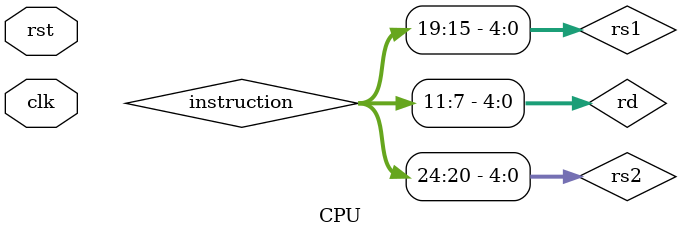
<source format=sv>
module CPU (
    input logic clk,
    input logic rst
);

    // Program Counter signals
    logic [31:0] pc, next_pc;
    
    // Instruction Memory signals
    logic [31:0] instruction;
    
    // Control Unit signals
    logic reg_write, mem_write, mem_read, mem_to_reg;
    logic alu_src, branch, jump;
    logic [4:0] alu_control;
    logic [2:0] instr_type;
    
    // Register File signals
    logic [4:0] rs1, rs2, rd;
    logic [31:0] reg_data1, reg_data2, write_data;
    
    // ALU signals
    logic [31:0] alu_op1, alu_op2, alu_result;
    logic branch_taken;
    logic [31:0] jal_target, jalr_target;
    
    // Sign Extender signals
    logic [31:0] immediate;
    
    // Data Memory signals
    logic [31:0] mem_read_data;
    
    // Instruction decode
    assign rs1 = instruction[19:15];
    assign rs2 = instruction[24:20];
    assign rd  = instruction[11:7];
    
    // PC control logic
    always_comb begin
        if (jump && alu_control == 5'b10010) // JAL
            next_pc = jal_target;
        else if (jump && alu_control == 5'b10011) // JALR
            next_pc = jalr_target;
        else if (branch && branch_taken)
            next_pc = pc + immediate;
        else
            next_pc = pc + 32'd4;
    end
    
    // ALU input selection
    assign alu_op1 = reg_data1;
    assign alu_op2 = alu_src ? immediate : reg_data2;
    
    // Write-back
    assign write_data = mem_to_reg ? mem_read_data : alu_result;
    
    // Program Counter
    PC PC (
        .clk(clk),
        .rst(rst),
        .next_pc(next_pc),
        .pc(pc)
    );
    
    // Instruction Memory
    InstructionMemory InstructionMemory (
        .clk(clk),
        .rst(rst),
        .pc(pc),
        .instruction(instruction)
    );
    
    // Control Unit
    ControlUnit ControlUnit (
        .opcode(instruction[6:0]),
        .funct3(instruction[14:12]),
        .funct7(instruction[31:25]),
        .reg_write(reg_write),
        .mem_write(mem_write),
        .mem_read(mem_read),
        .mem_to_reg(mem_to_reg),
        .alu_src(alu_src),
        .branch(branch),
        .jump(jump),
        .alu_control(alu_control),
        .instr_type(instr_type)
    );
    
    // Register File
    RegisterFile RegisterFile (
        .clk(clk),
        .rst(rst),
        .read_address1(rs1),
        .read_address2(rs2),
        .read_data1(reg_data1),
        .read_data2(reg_data2),
        .wr_address(rd),
        .data(write_data),
        .write_enable(reg_write)
    );
    
    // Sign Extender
    SignExtender SignExtender (
        .instruction(instruction),
        .instr_type(instr_type),
        .immediate(immediate)
    );
    
    // ALU
    ALU ALU (
        .op1(alu_op1),
        .op2(alu_op2),
        .alu_control(alu_control),
        .pc(pc),
        .alu_result(alu_result),
        .branch_taken(branch_taken),
        .jal_trgt_pc(jal_target),
        .jalr_trgt_pc(jalr_target)
    );
    
    // Data Memory
    DataMemory DataMemory (
        .clk(clk),
        .rst(rst),
        .mem_read(mem_read),
        .mem_write(mem_write),
        .address(alu_result),
        .write_data(reg_data2),
        .funct3(instruction[14:12]),
        .read_data(mem_read_data)
    );

endmodule
</source>
